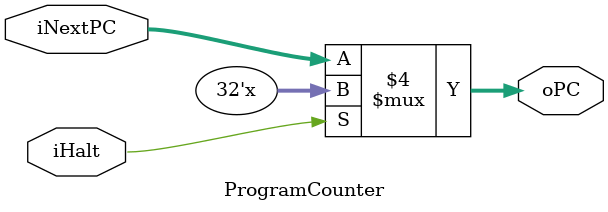
<source format=v>

module ProgramCounter (
	// Outputs
	output	reg	[31:0]	oPC,

	// Inputs
	input		[31:0]	iNextPC,
	input				iHalt
);
	
	// Outputs assignment
	// Program counter flip-flop with reset and halt mux
	always @ (iHalt, iNextPC) begin
		if (!iHalt)
			oPC <= iNextPC;			// Update the program counter to the new one
		else
			oPC <= oPC;				// Halt operation freezes the program counter update
	end
endmodule

</source>
